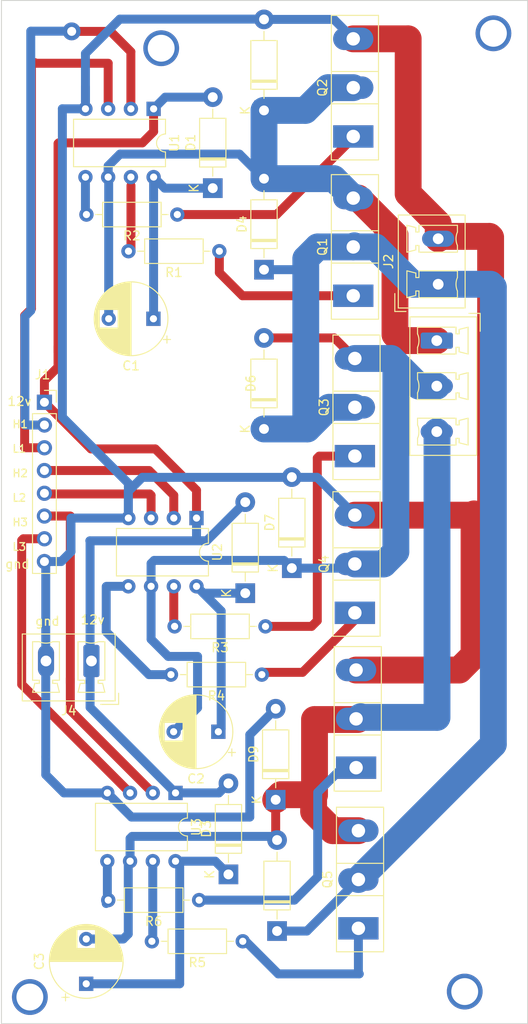
<source format=kicad_pcb>
(kicad_pcb (version 20240108) (generator "pcbnew") (generator_version "8.0")
  (layers (0 "F.Cu" mixed) (31 "B.Cu" mixed) (34 "B.Paste" user) (35 "F.Paste" user) (36 "B.SilkS" user "B.Silkscreen") (37 "F.SilkS" user "F.Silkscreen") (38 "B.Mask" user) (39 "F.Mask" user) (44 "Edge.Cuts" user))
  (net 0 "")
  (net 1 "Net-(D1-K)")
  (net 2 "Net-(D2-K)")
  (net 3 "PHASE_1")
  (net 4 "PHASE_3")
  (net 5 "12V")
  (net 6 "48V")
  (net 7 "INPUT_1")
  (net 8 "INPUT_2")
  (net 9 "INPUT_3")
  (net 10 "INPUT_4")
  (net 11 "INPUT_5")
  (net 12 "INPUT_6")
  (net 13 "Net-(U1-HO)")
  (net 14 "Net-(U1-LO)")
  (net 15 "Net-(U2-HO)")
  (net 16 "Net-(U2-LO)")
  (net 17 "Net-(U3-HO)")
  (net 18 "Net-(U3-LO)")
  (net 19 "Net-(D3-K)")
  (net 20 "XH_1")
  (net 21 "XH_2")
  (net 22 "XH_3")
  (net 23 "XL_1")
  (net 24 "XL_2")
  (net 25 "XL_3")
  (net 26 "PHASE_2")
  (net 27 "GND")
  (footprint "Package_DIP:DIP-8_W7.62mm" (layer "F.Cu") (at 21.7802 -56.4655 -90)
    (property "Reference" "U2" (at 3.81 -2.33 90) (layer "F.SilkS"))
    (property "Value" "IR2101")
    (pad "1" thru_hole rect (at 0 0 270) (size 1.6 1.6) (drill 0.8) (layers "*.Cu" "*.Mask") (net 5 "12V"))
    (pad "2" thru_hole oval (at 0 2.54 270) (size 1.6 1.6) (drill 0.8) (layers "*.Cu" "*.Mask") (net 21 "XH_2"))
    (pad "3" thru_hole oval (at 0 5.08 270) (size 1.6 1.6) (drill 0.8) (layers "*.Cu" "*.Mask") (net 24 "XL_2"))
    (pad "4" thru_hole oval (at 0 7.62 270) (size 1.6 1.6) (drill 0.8) (layers "*.Cu" "*.Mask") (net 27 "GND"))
    (pad "5" thru_hole oval (at 7.62 7.62 270) (size 1.6 1.6) (drill 0.8) (layers "*.Cu" "*.Mask") (net 16 "Net-(U2-LO)"))
    (pad "6" thru_hole oval (at 7.62 5.08 270) (size 1.6 1.6) (drill 0.8) (layers "*.Cu" "*.Mask") (net 26 "PHASE_2"))
    (pad "7" thru_hole oval (at 7.62 2.54 270) (size 1.6 1.6) (drill 0.8) (layers "*.Cu" "*.Mask") (net 15 "Net-(U2-HO)"))
    (pad "8" thru_hole oval (at 7.62 0 270) (size 1.6 1.6) (drill 0.8) (layers "*.Cu" "*.Mask") (net 2 "Net-(D2-K)"))
  )
  (footprint "Package_TO_SOT_THT:TO-247-3_Vertical" (layer "F.Cu") (at 39.4846 -63.38095 90)
    (property "Reference" "Q3" (at 5.45 -3.45 90) (layer "F.SilkS"))
    (property "Value" "IRF740")
    (pad "1" thru_hole rect (at 0 0 90) (size 2.5 4.5) (drill 1.5) (layers "*.Cu" "*.Mask") (net 9 "INPUT_3"))
    (pad "2" thru_hole oval (at 5.45 0 90) (size 2.5 4.5) (drill 1.5) (layers "*.Cu" "*.Mask") (net 6 "48V"))
    (pad "3" thru_hole oval (at 10.9 0 90) (size 2.5 4.5) (drill 1.5) (layers "*.Cu" "*.Mask") (net 26 "PHASE_2"))
  )
  (footprint "Resistor_THT:R_Axial_DIN0207_L6.3mm_D2.5mm_P10.16mm_Horizontal" (layer "F.Cu") (at 19.6342 -90.3478 180)
    (property "Reference" "R2" (at 5.08 -2.37 0) (layer "F.SilkS"))
    (property "Value" "10")
    (pad "1" thru_hole circle (at 0 0 180) (size 1.6 1.6) (drill 0.8) (layers "*.Cu" "*.Mask") (net 8 "INPUT_2"))
    (pad "2" thru_hole oval (at 10.16 0 180) (size 1.6 1.6) (drill 0.8) (layers "*.Cu" "*.Mask") (net 14 "Net-(U1-LO)"))
  )
  (footprint "Diode_THT:D_DO-41_SOD81_P10.16mm_Horizontal" (layer "F.Cu") (at 27.2288 -48.0822 90)
    (property "Reference" "D2" (hide yes))
    (property "Value" "1N47xxA")
    (fp_text user "K" (at 0 -2.1 90) (layer "F.SilkS"))
    (pad "1" thru_hole rect (at 0 0 90) (size 2.2 2.2) (drill 1.1) (layers "*.Cu" "*.Mask") (net 2 "Net-(D2-K)"))
    (pad "2" thru_hole oval (at 10.16 0 90) (size 2.2 2.2) (drill 1.1) (layers "*.Cu" "*.Mask") (net 5 "12V"))
  )
  (footprint "Package_TO_SOT_THT:TO-247-3_Vertical" (layer "F.Cu") (at 39.878 -10.6685 90)
    (property "Reference" "Q5" (at 5.45 -3.45 90) (layer "F.SilkS"))
    (property "Value" "IRF740")
    (pad "1" thru_hole rect (at 0 0 90) (size 2.5 4.5) (drill 1.5) (layers "*.Cu" "*.Mask") (net 11 "INPUT_5"))
    (pad "2" thru_hole oval (at 5.45 0 90) (size 2.5 4.5) (drill 1.5) (layers "*.Cu" "*.Mask") (net 6 "48V"))
    (pad "3" thru_hole oval (at 10.9 0 90) (size 2.5 4.5) (drill 1.5) (layers "*.Cu" "*.Mask") (net 4 "PHASE_3"))
  )
  (footprint "Package_TO_SOT_THT:TO-247-3_Vertical" (layer "F.Cu") (at 39.3046 -99.06385 90)
    (property "Reference" "Q2" (at 5.45 -3.45 90) (layer "F.SilkS"))
    (property "Value" "IRF740")
    (pad "1" thru_hole rect (at 0 0 90) (size 2.5 4.5) (drill 1.5) (layers "*.Cu" "*.Mask") (net 8 "INPUT_2"))
    (pad "2" thru_hole oval (at 5.45 0 90) (size 2.5 4.5) (drill 1.5) (layers "*.Cu" "*.Mask") (net 3 "PHASE_1"))
    (pad "3" thru_hole oval (at 10.9 0 90) (size 2.5 4.5) (drill 1.5) (layers "*.Cu" "*.Mask") (net 27 "GND"))
  )
  (footprint "Connector_Phoenix_MC_HighVoltage:PhoenixContact_MCV_1,5_2-G-5.08_1x02_P5.08mm_Vertical" (layer "F.Cu") (at 10.033 -40.513 180)
    (property "Reference" "J4" (at 2.54 -5.55 180) (layer "F.SilkS"))
    (property "Value" "Conn_01x02_Pin" (hide yes))
    (pad "1" thru_hole roundrect (at 0 0 180) (size 1.8 3.6) (drill 1.2) (layers "*.Cu" "*.Mask") (roundrect_rratio 0.138889) (net 5 "12V"))
    (pad "2" thru_hole oval (at 5.08 0 180) (size 1.8 3.6) (drill 1.2) (layers "*.Cu" "*.Mask") (net 27 "GND"))
  )
  (footprint "Package_TO_SOT_THT:TO-247-3_Vertical" (layer "F.Cu") (at 39.484 -45.89055 90)
    (property "Reference" "Q4" (at 5.45 -3.45 90) (layer "F.SilkS"))
    (property "Value" "IRF740" (hide yes))
    (pad "1" thru_hole rect (at 0 0 90) (size 2.5 4.5) (drill 1.5) (layers "*.Cu" "*.Mask") (net 10 "INPUT_4"))
    (pad "2" thru_hole oval (at 5.45 0 90) (size 2.5 4.5) (drill 1.5) (layers "*.Cu" "*.Mask") (net 26 "PHASE_2"))
    (pad "3" thru_hole oval (at 10.9 0 90) (size 2.5 4.5) (drill 1.5) (layers "*.Cu" "*.Mask") (net 27 "GND"))
  )
  (footprint "Capacitor_THT:CP_Radial_D8.0mm_P5.00mm" (layer "F.Cu") (at 24.221251 -32.6136 180)
    (property "Reference" "C2" (at 2.5 -5.25 0) (layer "F.SilkS"))
    (property "Value" "0.1u")
    (pad "1" thru_hole rect (at 0 0 180) (size 1.6 1.6) (drill 0.8) (layers "*.Cu" "*.Mask") (net 2 "Net-(D2-K)"))
    (pad "2" thru_hole circle (at 5 0 180) (size 1.6 1.6) (drill 0.8) (layers "*.Cu" "*.Mask") (net 26 "PHASE_2"))
  )
  (footprint "Resistor_THT:R_Axial_DIN0207_L6.3mm_D2.5mm_P10.16mm_Horizontal" (layer "F.Cu") (at 29.083 -38.989 180)
    (property "Reference" "R4" (at 5.08 -2.37 0) (layer "F.SilkS"))
    (property "Value" "10")
    (pad "1" thru_hole circle (at 0 0 180) (size 1.6 1.6) (drill 0.8) (layers "*.Cu" "*.Mask") (net 10 "INPUT_4"))
    (pad "2" thru_hole oval (at 10.16 0 180) (size 1.6 1.6) (drill 0.8) (layers "*.Cu" "*.Mask") (net 16 "Net-(U2-LO)"))
  )
  (footprint "Diode_THT:D_DO-41_SOD81_P10.16mm_Horizontal" (layer "F.Cu") (at 23.5966 -93.2942 90)
    (property "Reference" "D1" (at 5.08 -2.47 90) (layer "F.SilkS"))
    (property "Value" "1N47xxA")
    (fp_text user "K" (at 0 -2.1 90) (layer "F.SilkS"))
    (pad "1" thru_hole rect (at 0 0 90) (size 2.2 2.2) (drill 1.1) (layers "*.Cu" "*.Mask") (net 1 "Net-(D1-K)"))
    (pad "2" thru_hole oval (at 10.16 0 90) (size 2.2 2.2) (drill 1.1) (layers "*.Cu" "*.Mask") (net 5 "12V"))
  )
  (footprint "Resistor_THT:R_Axial_DIN0207_L6.3mm_D2.5mm_P10.16mm_Horizontal" (layer "F.Cu") (at 24.3332 -86.2584 180)
    (property "Reference" "R1" (at 5.08 -2.37 0) (layer "F.SilkS"))
    (property "Value" "10")
    (pad "1" thru_hole circle (at 0 0 180) (size 1.6 1.6) (drill 0.8) (layers "*.Cu" "*.Mask") (net 7 "INPUT_1"))
    (pad "2" thru_hole oval (at 10.16 0 180) (size 1.6 1.6) (drill 0.8) (layers "*.Cu" "*.Mask") (net 13 "Net-(U1-HO)"))
  )
  (footprint "Diode_THT:D_DO-41_SOD81_P10.16mm_Horizontal" (layer "F.Cu") (at 32.4358 -50.8762 90)
    (property "Reference" "D7" (at 5.08 -2.47 90) (layer "F.SilkS"))
    (property "Value" "1N47xxA" (hide yes))
    (fp_text user "K" (at 0 -2.1 90) (layer "F.SilkS"))
    (pad "1" thru_hole rect (at 0 0 90) (size 2.2 2.2) (drill 1.1) (layers "*.Cu" "*.Mask") (net 26 "PHASE_2"))
    (pad "2" thru_hole oval (at 10.16 0 90) (size 2.2 2.2) (drill 1.1) (layers "*.Cu" "*.Mask") (net 27 "GND"))
  )
  (footprint "Diode_THT:D_DO-41_SOD81_P10.16mm_Horizontal" (layer "F.Cu") (at 29.3246 -84.19385 90)
    (property "Reference" "D4" (at 5.08 -2.47 90) (layer "F.SilkS"))
    (property "Value" "1N47xxA" (hide yes))
    (pad "1" thru_hole rect (at 0 0 90) (size 2.2 2.2) (drill 1.1) (layers "*.Cu" "*.Mask") (net 6 "48V"))
    (pad "2" thru_hole oval (at 10.16 0 90) (size 2.2 2.2) (drill 1.1) (layers "*.Cu" "*.Mask") (net 3 "PHASE_1"))
  )
  (footprint "Connector_Phoenix_MC_HighVoltage:PhoenixContact_MCV_1,5_2-G-5.08_1x02_P5.08mm_Vertical" (layer "F.Cu") (at 48.7993 -82.5675 90)
    (property "Reference" "J2" (at 2.54 -5.55 90) (layer "F.SilkS"))
    (property "Value" "~" (hide yes))
    (pad "1" thru_hole roundrect (at 0 0 90) (size 1.8 3.6) (drill 1.2) (layers "*.Cu" "*.Mask") (roundrect_rratio 0.1388888889) (net 6 "48V"))
    (pad "2" thru_hole oval (at 5.08 0 90) (size 1.8 3.6) (drill 1.2) (layers "*.Cu" "*.Mask") (net 27 "GND"))
  )
  (footprint "Package_DIP:DIP-8_W7.62mm" (layer "F.Cu") (at 16.9826 -102.1488 -90)
    (property "Reference" "U1" (at 3.81 -2.33 90) (layer "F.SilkS"))
    (property "Value" "IR2101")
    (pad "1" thru_hole rect (at 0 0 270) (size 1.6 1.6) (drill 0.8) (layers "*.Cu" "*.Mask") (net 5 "12V"))
    (pad "2" thru_hole oval (at 0 2.54 270) (size 1.6 1.6) (drill 0.8) (layers "*.Cu" "*.Mask") (net 20 "XH_1"))
    (pad "3" thru_hole oval (at 0 5.08 270) (size 1.6 1.6) (drill 0.8) (layers "*.Cu" "*.Mask") (net 23 "XL_1"))
    (pad "4" thru_hole oval (at 0 7.62 270) (size 1.6 1.6) (drill 0.8) (layers "*.Cu" "*.Mask") (net 27 "GND"))
    (pad "5" thru_hole oval (at 7.62 7.62 270) (size 1.6 1.6) (drill 0.8) (layers "*.Cu" "*.Mask") (net 14 "Net-(U1-LO)"))
    (pad "6" thru_hole oval (at 7.62 5.08 270) (size 1.6 1.6) (drill 0.8) (layers "*.Cu" "*.Mask") (net 3 "PHASE_1"))
    (pad "7" thru_hole oval (at 7.62 2.54 270) (size 1.6 1.6) (drill 0.8) (layers "*.Cu" "*.Mask") (net 13 "Net-(U1-HO)"))
    (pad "8" thru_hole oval (at 7.62 0 270) (size 1.6 1.6) (drill 0.8) (layers "*.Cu" "*.Mask") (net 1 "Net-(D1-K)"))
  )
  (footprint "Capacitor_THT:CP_Radial_D8.0mm_P5.00mm" (layer "F.Cu") (at 16.9634 -78.7146 180)
    (property "Reference" "C1" (at 2.5 -5.25 0) (layer "F.SilkS"))
    (property "Value" "0.1u")
    (pad "1" thru_hole rect (at 0 0 180) (size 1.6 1.6) (drill 0.8) (layers "*.Cu" "*.Mask") (net 1 "Net-(D1-K)"))
    (pad "2" thru_hole circle (at 5 0 180) (size 1.6 1.6) (drill 0.8) (layers "*.Cu" "*.Mask") (net 3 "PHASE_1"))
  )
  (footprint "Resistor_THT:R_Axial_DIN0207_L6.3mm_D2.5mm_P10.16mm_Horizontal" (layer "F.Cu") (at 29.4894 -44.3738 180)
    (property "Reference" "R3" (at 5.08 -2.37 0) (layer "F.SilkS"))
    (property "Value" "10")
    (pad "1" thru_hole circle (at 0 0 180) (size 1.6 1.6) (drill 0.8) (layers "*.Cu" "*.Mask") (net 9 "INPUT_3"))
    (pad "2" thru_hole oval (at 10.16 0 180) (size 1.6 1.6) (drill 0.8) (layers "*.Cu" "*.Mask") (net 15 "Net-(U2-HO)"))
  )
  (footprint "Diode_THT:D_DO-41_SOD81_P10.16mm_Horizontal" (layer "F.Cu") (at 29.3246 -101.97385 90)
    (property "Reference" "D5" (hide yes))
    (property "Value" "1N47xxA")
    (fp_text user "K" (at 0 -2.1 90) (layer "F.SilkS"))
    (pad "1" thru_hole rect (at 0 0 90) (size 2.2 2.2) (drill 1.1) (layers "*.Cu" "*.Mask") (net 3 "PHASE_1"))
    (pad "2" thru_hole oval (at 10.16 0 90) (size 2.2 2.2) (drill 1.1) (layers "*.Cu" "*.Mask") (net 27 "GND"))
  )
  (footprint "Connector_PinSocket_2.54mm:PinSocket_1x08_P2.54mm_Vertical" (layer "F.Cu") (at 4.7752 -69.3928)
    (property "Reference" "J1" (at -0.2032 -3.0734 0) (layer "F.SilkS"))
    (property "Value" "Conn_01x08")
    (pad "1" thru_hole rect (at 0 0) (size 1.7 1.7) (drill 1) (layers "*.Cu" "*.Mask") (net 5 "12V"))
    (pad "2" thru_hole oval (at 0 2.54) (size 1.7 1.7) (drill 1) (layers "*.Cu" "*.Mask") (net 20 "XH_1"))
    (pad "3" thru_hole oval (at 0 5.08) (size 1.7 1.7) (drill 1) (layers "*.Cu" "*.Mask") (net 23 "XL_1"))
    (pad "4" thru_hole oval (at 0 7.62) (size 1.7 1.7) (drill 1) (layers "*.Cu" "*.Mask") (net 21 "XH_2"))
    (pad "5" thru_hole oval (at 0 10.16) (size 1.7 1.7) (drill 1) (layers "*.Cu" "*.Mask") (net 24 "XL_2"))
    (pad "6" thru_hole oval (at 0 12.7) (size 1.7 1.7) (drill 1) (layers "*.Cu" "*.Mask") (net 22 "XH_3"))
    (pad "7" thru_hole oval (at 0 15.24) (size 1.7 1.7) (drill 1) (layers "*.Cu" "*.Mask") (net 25 "XL_3"))
    (pad "8" thru_hole oval (at 0 17.78) (size 1.7 1.7) (drill 1) (layers "*.Cu" "*.Mask") (net 27 "GND"))
  )
  (footprint "Resistor_THT:R_Axial_DIN0207_L6.3mm_D2.5mm_P10.16mm_Horizontal" (layer "F.Cu") (at 26.9494 -9.2202 180)
    (property "Reference" "R5" (at 5.08 -2.37 0) (layer "F.SilkS"))
    (property "Value" "10")
    (pad "1" thru_hole circle (at 0 0 180) (size 1.6 1.6) (drill 0.8) (layers "*.Cu" "*.Mask") (net 11 "INPUT_5"))
    (pad "2" thru_hole oval (at 10.16 0 180) (size 1.6 1.6) (drill 0.8) (layers "*.Cu" "*.Mask") (net 17 "Net-(U3-HO)"))
  )
  (footprint "Resistor_THT:R_Axial_DIN0207_L6.3mm_D2.5mm_P10.16mm_Horizontal" (layer "F.Cu") (at 22.0726 -13.8176 180)
    (property "Reference" "R6" (at 5.08 -2.37 0) (layer "F.SilkS"))
    (property "Value" "10")
    (pad "1" thru_hole circle (at 0 0 180) (size 1.6 1.6) (drill 0.8) (layers "*.Cu" "*.Mask") (net 12 "INPUT_6"))
    (pad "2" thru_hole oval (at 10.16 0 180) (size 1.6 1.6) (drill 0.8) (layers "*.Cu" "*.Mask") (net 18 "Net-(U3-LO)"))
  )
  (footprint "Diode_THT:D_DO-41_SOD81_P10.16mm_Horizontal" (layer "F.Cu") (at 30.7848 -10.3632 90)
    (property "Reference" "D8" (hide yes))
    (property "Value" "1N47xxA")
    (pad "1" thru_hole rect (at 0 0 90) (size 2.2 2.2) (drill 1.1) (layers "*.Cu" "*.Mask") (net 6 "48V"))
    (pad "2" thru_hole oval (at 10.16 0 90) (size 2.2 2.2) (drill 1.1) (layers "*.Cu" "*.Mask") (net 4 "PHASE_3"))
  )
  (footprint "Package_TO_SOT_THT:TO-247-3_Vertical" (layer "F.Cu") (at 39.6218 -28.6009 90)
    (property "Reference" "Q6" (hide yes))
    (property "Value" "IRF740" (hide yes))
    (pad "1" thru_hole rect (at 0 0 90) (size 2.5 4.5) (drill 1.5) (layers "*.Cu" "*.Mask") (net 12 "INPUT_6"))
    (pad "2" thru_hole oval (at 5.45 0 90) (size 2.5 4.5) (drill 1.5) (layers "*.Cu" "*.Mask") (net 4 "PHASE_3"))
    (pad "3" thru_hole oval (at 10.9 0 90) (size 2.5 4.5) (drill 1.5) (layers "*.Cu" "*.Mask") (net 27 "GND"))
  )
  (footprint "Package_TO_SOT_THT:TO-247-3_Vertical" (layer "F.Cu") (at 39.3046 -81.28385 90)
    (property "Reference" "Q1" (at 5.45 -3.45 90) (layer "F.SilkS"))
    (property "Value" "IRF740")
    (pad "1" thru_hole rect (at 0 0 90) (size 2.5 4.5) (drill 1.5) (layers "*.Cu" "*.Mask") (net 7 "INPUT_1"))
    (pad "2" thru_hole oval (at 5.45 0 90) (size 2.5 4.5) (drill 1.5) (layers "*.Cu" "*.Mask") (net 6 "48V"))
    (pad "3" thru_hole oval (at 10.9 0 90) (size 2.5 4.5) (drill 1.5) (layers "*.Cu" "*.Mask") (net 3 "PHASE_1"))
  )
  (footprint "Diode_THT:D_DO-41_SOD81_P10.16mm_Horizontal" (layer "F.Cu") (at 29.3246 -66.41385 90)
    (property "Reference" "D6" (at 5.08 -1.47 90) (layer "F.SilkS"))
    (property "Value" "1N47xxA" (hide yes))
    (fp_text user "K" (at 0 -2.1 90) (layer "F.SilkS"))
    (pad "1" thru_hole rect (at 0 0 90) (size 2.2 2.2) (drill 1.1) (layers "*.Cu" "*.Mask") (net 6 "48V"))
    (pad "2" thru_hole oval (at 10.16 0 90) (size 2.2 2.2) (drill 1.1) (layers "*.Cu" "*.Mask") (net 26 "PHASE_2"))
  )
  (footprint "Connector_Phoenix_MC_HighVoltage:PhoenixContact_MCV_1,5_3-G-5.08_1x03_P5.08mm_Vertical" (layer "F.Cu") (at 48.641 -76.2762 -90)
    (property "Reference" "J3" (hide yes))
    (property "Value" "~" (hide yes))
    (pad "1" thru_hole roundrect (at 0 0 270) (size 1.8 3.6) (drill 1.2) (layers "*.Cu" "*.Mask") (roundrect_rratio 0.1388888889) (net 3 "PHASE_1"))
    (pad "2" thru_hole oval (at 5.08 0 270) (size 1.8 3.6) (drill 1.2) (layers "*.Cu" "*.Mask") (net 26 "PHASE_2"))
    (pad "3" thru_hole oval (at 10.16 0 270) (size 1.8 3.6) (drill 1.2) (layers "*.Cu" "*.Mask") (net 4 "PHASE_3"))
  )
  (footprint "Capacitor_THT:CP_Radial_D8.0mm_P5.00mm" (layer "F.Cu") (at 9.4488 -4.4742 90)
    (property "Reference" "C3" (at 2.5 -5.25 90) (layer "F.SilkS"))
    (property "Value" "0.1u")
    (pad "1" thru_hole rect (at 0 0 90) (size 1.6 1.6) (drill 0.8) (layers "*.Cu" "*.Mask") (net 19 "Net-(D3-K)"))
    (pad "2" thru_hole circle (at 5 0 90) (size 1.6 1.6) (drill 0.8) (layers "*.Cu" "*.Mask") (net 4 "PHASE_3"))
  )
  (footprint "Package_DIP:DIP-8_W7.62mm" (layer "F.Cu") (at 19.431 -25.7837 -90)
    (property "Reference" "U3" (at 3.81 -2.33 90) (layer "F.SilkS"))
    (property "Value" "IR2101")
    (pad "1" thru_hole rect (at 0 0 270) (size 1.6 1.6) (drill 0.8) (layers "*.Cu" "*.Mask") (net 5 "12V"))
    (pad "2" thru_hole oval (at 0 2.54 270) (size 1.6 1.6) (drill 0.8) (layers "*.Cu" "*.Mask") (net 22 "XH_3"))
    (pad "3" thru_hole oval (at 0 5.08 270) (size 1.6 1.6) (drill 0.8) (layers "*.Cu" "*.Mask") (net 25 "XL_3"))
    (pad "4" thru_hole oval (at 0 7.62 270) (size 1.6 1.6) (drill 0.8) (layers "*.Cu" "*.Mask") (net 27 "GND"))
    (pad "5" thru_hole oval (at 7.62 7.62 270) (size 1.6 1.6) (drill 0.8) (layers "*.Cu" "*.Mask") (net 18 "Net-(U3-LO)"))
    (pad "6" thru_hole oval (at 7.62 5.08 270) (size 1.6 1.6) (drill 0.8) (layers "*.Cu" "*.Mask") (net 4 "PHASE_3"))
    (pad "7" thru_hole oval (at 7.62 2.54 270) (size 1.6 1.6) (drill 0.8) (layers "*.Cu" "*.Mask") (net 17 "Net-(U3-HO)"))
    (pad "8" thru_hole oval (at 7.62 0 270) (size 1.6 1.6) (drill 0.8) (layers "*.Cu" "*.Mask") (net 19 "Net-(D3-K)"))
  )
  (footprint "Diode_THT:D_DO-41_SOD81_P10.16mm_Horizontal" (layer "F.Cu") (at 30.6324 -25.019 90)
    (property "Reference" "D9" (at 5.08 -2.47 90) (layer "F.SilkS"))
    (property "Value" "1N47xxA")
    (fp_text user "K" (at 0 -2.1 90) (layer "F.SilkS"))
    (pad "1" thru_hole rect (at 0 0 90) (size 2.2 2.2) (drill 1.1) (layers "*.Cu" "*.Mask") (net 4 "PHASE_3"))
    (pad "2" thru_hole oval (at 10.16 0 90) (size 2.2 2.2) (drill 1.1) (layers "*.Cu" "*.Mask") (net 27 "GND"))
  )
  (footprint "Diode_THT:D_DO-41_SOD81_P10.16mm_Horizontal" (layer "F.Cu") (at 25.3492 -16.6878 90)
    (property "Reference" "D3" (at 5.08 -2.47 90) (layer "F.SilkS"))
    (property "Value" "1N47xxA")
    (fp_text user "K" (at 0 -2.1 90) (layer "F.SilkS"))
    (pad "1" thru_hole rect (at 0 0 90) (size 2.2 2.2) (drill 1.1) (layers "*.Cu" "*.Mask") (net 19 "Net-(D3-K)"))
    (pad "2" thru_hole oval (at 10.16 0 90) (size 2.2 2.2) (drill 1.1) (layers "*.Cu" "*.Mask") (net 5 "12V"))
  )
  (gr_rect (start -0.0254 -114.2492) (end 58.801 -0.0254) (stroke (width 0.1)) (fill none) (layer "Edge.Cuts"))
  (gr_text "H1\n\nL1\n\nH2\n\nL2\n\nH3\n\nL3" (at 1.1176 -52.7558 0) (layer "F.SilkS") (effects (font (size 0.85 0.85)) (justify left bottom)))
  (gr_text "12v" (at 8.7376 -44.5262 0) (layer "F.SilkS") (effects (font (size 1 1)) (justify left bottom)))
  (gr_text "12v" (at 0.5588 -68.9102 0) (layer "F.SilkS") (effects (font (size 1 1)) (justify left bottom)))
  (gr_text "gnd\n" (at 0.3048 -50.7492 0) (layer "F.SilkS") (effects (font (size 1 1)) (justify left bottom)))
  (gr_text "gnd\n" (at 3.6576 -44.3738 0) (layer "F.SilkS") (effects (font (size 1 1)) (justify left bottom)))
  (via (at 3.1496 -2.9972) (size 4) (drill 3) (layers "F.Cu" "B.Cu") (net 0))
  (via (at 17.8308 -108.9152) (size 4) (drill 3) (layers "F.Cu" "B.Cu") (net 0))
  (via (at 54.9746 -110.5804) (size 4) (drill 3) (layers "F.Cu" "B.Cu") (net 0))
  (via (at 51.7652 -3.6068) (size 4) (drill 3) (layers "F.Cu" "B.Cu") (net 0))
  (segment (start 16.9826 -78.7338) (end 16.9634 -78.7146) (width 1) (layer "B.Cu") (net 1))
  (segment (start 16.9826 -94.5288) (end 16.9826 -78.7338) (width 1) (layer "B.Cu") (net 1))
  (segment (start 16.9826 -94.5288) (end 18.2172 -93.2942) (width 1) (layer "B.Cu") (net 1))
  (segment (start 18.2172 -93.2942) (end 23.5966 -93.2942) (width 1) (layer "B.Cu") (net 1))
  (segment (start 27.2288 -48.0822) (end 22.5435 -48.0822) (width 1) (layer "B.Cu") (net 2))
  (segment (start 21.7802 -48.8455) (end 24.5364 -46.0893) (width 1) (layer "B.Cu") (net 2))
  (segment (start 24.5364 -32.928749) (end 24.221251 -32.6136) (width 1) (layer "B.Cu") (net 2))
  (segment (start 24.5364 -46.0893) (end 24.5364 -32.928749) (width 1) (layer "B.Cu") (net 2))
  (segment (start 22.5435 -48.0822) (end 21.7802 -48.8455) (width 0.25) (layer "B.Cu") (net 2))
  (segment (start 43.9674 -88.0872) (end 43.9674 -76.962) (width 3) (layer "F.Cu") (net 3))
  (segment (start 39.87075 -92.18385) (end 43.9674 -88.0872) (width 3) (layer "F.Cu") (net 3))
  (segment (start 39.3046 -92.18385) (end 39.87075 -92.18385) (width 3) (layer "F.Cu") (net 3))
  (segment (start 43.9674 -76.962) (end 44.6532 -76.2762) (width 3) (layer "F.Cu") (net 3))
  (segment (start 44.6532 -76.2762) (end 48.641 -76.2762) (width 3) (layer "F.Cu") (net 3))
  (segment (start 11.9026 -94.5288) (end 11.9026 -95.7734) (width 1) (layer "B.Cu") (net 3))
  (segment (start 29.3246 -94.35385) (end 29.3246 -101.97385) (width 3) (layer "B.Cu") (net 3))
  (segment (start 29.3246 -94.35385) (end 37.1346 -94.35385) (width 3) (layer "B.Cu") (net 3))
  (segment (start 36.4874 -104.51385) (end 39.3046 -104.51385) (width 3) (layer "B.Cu") (net 3))
  (segment (start 11.9026 -95.7734) (end 12.7508 -96.6216) (width 1) (layer "B.Cu") (net 3))
  (segment (start 13.22625 -97.09705) (end 26.5814 -97.09705) (width 1) (layer "B.Cu") (net 3))
  (segment (start 39.3046 -92.18385) (end 39.4316 -92.31085) (width 3) (layer "B.Cu") (net 3))
  (segment (start 26.5814 -97.09705) (end 29.3246 -94.35385) (width 1) (layer "B.Cu") (net 3))
  (segment (start 11.9634 -94.468) (end 11.9634 -78.7146) (width 1) (layer "B.Cu") (net 3))
  (segment (start 37.1346 -94.35385) (end 39.3046 -92.18385) (width 3) (layer "B.Cu") (net 3))
  (segment (start 29.3246 -101.97385) (end 33.9474 -101.97385) (width 3) (layer "B.Cu") (net 3))
  (segment (start 11.9026 -94.5288) (end 11.9634 -94.468) (width 1) (layer "B.Cu") (net 3))
  (segment (start 12.7508 -96.6216) (end 13.22625 -97.09705) (width 1) (layer "B.Cu") (net 3))
  (segment (start 11.9026 -94.5288) (end 11.9026 -95.636256) (width 1) (layer "B.Cu") (net 3))
  (segment (start 33.9474 -101.97385) (end 36.4874 -104.51385) (width 3) (layer "B.Cu") (net 3))
  (segment (start 31.1938 -25.5804) (end 30.6324 -25.019) (width 3) (layer "F.Cu") (net 4))
  (segment (start 34.9746 -25.5804) (end 34.8742 -25.48) (width 3) (layer "F.Cu") (net 4))
  (segment (start 30.6324 -20.6756) (end 30.7848 -20.5232) (width 1) (layer "F.Cu") (net 4))
  (segment (start 34.9746 -25.5804) (end 34.9746 -33.9747) (width 3) (layer "F.Cu") (net 4))
  (segment (start 34.8742 -23.6982) (end 37.0039 -21.5685) (width 3) (layer "F.Cu") (net 4))
  (segment (start 37.0039 -21.5685) (end 39.878 -21.5685) (width 3) (layer "F.Cu") (net 4))
  (segment (start 34.8742 -25.48) (end 34.8742 -23.6982) (width 3) (layer "F.Cu") (net 4))
  (segment (start 34.9746 -25.5804) (end 31.1938 -25.5804) (width 3) (layer "F.Cu") (net 4))
  (segment (start 34.9746 -33.9747) (end 39.8018 -33.9747) (width 3) (layer "F.Cu") (net 4))
  (segment (start 30.6324 -25.019) (end 30.6324 -20.6756) (width 1) (layer "F.Cu") (net 4))
  (segment (start 39.6218 -34.0509) (end 40.6218 -34.0509) (width 0.25) (layer "B.Cu") (net 4))
  (segment (start 14.351 -18.1637) (end 14.1478 -17.9605) (width 1) (layer "B.Cu") (net 4))
  (segment (start 14.1478 -10.033) (end 13.589 -9.4742) (width 1) (layer "B.Cu") (net 4))
  (segment (start 40.2053 -34.2148) (end 48.6664 -34.2148) (width 3) (layer "B.Cu") (net 4))
  (segment (start 30.7848 -20.5232) (end 30.3784 -20.9296) (width 1) (layer "B.Cu") (net 4))
  (segment (start 39.8018 -33.9747) (end 39.878 -33.8985) (width 1) (layer "B.Cu") (net 4))
  (segment (start 14.1478 -17.9605) (end 14.1478 -10.033) (width 1) (layer "B.Cu") (net 4))
  (segment (start 13.589 -9.4742) (end 9.4488 -9.4742) (width 1) (layer "B.Cu") (net 4))
  (segment (start 40.1291 -34.291) (end 40.2053 -34.2148) (width 3) (layer "B.Cu") (net 4))
  (segment (start 14.5796 -20.9296) (end 14.351 -20.701) (width 1) (layer "B.Cu") (net 4))
  (segment (start 48.6664 -34.2148) (end 48.6664 -66.0908) (width 3) (layer "B.Cu") (net 4))
  (segment (start 30.3784 -20.9296) (end 14.5796 -20.9296) (width 1) (layer "B.Cu") (net 4))
  (segment (start 48.6664 -66.0908) (end 48.641 -66.1162) (width 3) (layer "B.Cu") (net 4))
  (segment (start 14.351 -20.701) (end 14.351 -18.1637) (width 1) (layer "B.Cu") (net 4))
  (segment (start 16.9926 -99.6188) (end 15.7226 -98.3488) (width 1) (layer "F.Cu") (net 5))
  (segment (start 6.2992 -98.2726) (end 6.2992 -74.9554) (width 1) (layer "F.Cu") (net 5))
  (segment (start 16.9926 -99.6188) (end 16.9826 -99.6288) (width 0.25) (layer "F.Cu") (net 5))
  (segment (start 4.7752 -71.8058) (end 4.7752 -69.3928) (width 1) (layer "F.Cu") (net 5))
  (segment (start 15.7226 -98.3488) (end 6.3754 -98.3488) (width 1) (layer "F.Cu") (net 5))
  (segment (start 4.7752 -69.3928) (end 9.9822 -64.1858) (width 1) (layer "F.Cu") (net 5))
  (segment (start 17.1704 -64.1858) (end 17.3482 -64.008) (width 1) (layer "F.Cu") (net 5))
  (segment (start 6.2992 -75.6666) (end 6.2992 -73.3298) (width 1) (layer "F.Cu") (net 5))
  (segment (start 16.9826 -99.6288) (end 16.9826 -102.1488) (width 1) (layer "F.Cu") (net 5))
  (segment (start 17.3482 -64.008) (end 21.7802 -59.576) (width 1) (layer "F.Cu") (net 5))
  (segment (start 9.9822 -64.1858) (end 17.1704 -64.1858) (width 1) (layer "F.Cu") (net 5))
  (segment (start 6.2992 -73.3298) (end 4.7752 -71.8058) (width 1) (layer "F.Cu") (net 5))
  (segment (start 6.3754 -98.3488) (end 6.2992 -98.2726) (width 1) (layer "F.Cu") (net 5))
  (segment (start 21.7802 -59.576) (end 21.7802 -56.4655) (width 1) (layer "F.Cu") (net 5))
  (segment (start 22.0218 -53.9255) (end 22.9121 -53.9255) (width 1) (layer "B.Cu") (net 5))
  (segment (start 24.2851 -25.7837) (end 25.3492 -26.8478) (width 1) (layer "B.Cu") (net 5))
  (segment (start 27.2288 -58.2422) (end 22.9121 -53.9255) (width 1) (layer "B.Cu") (net 5))
  (segment (start 21.7802 -54.1671) (end 22.0218 -53.9255) (width 1) (layer "B.Cu") (net 5))
  (segment (start 21.7802 -56.4655) (end 21.7802 -54.1671) (width 1) (layer "B.Cu") (net 5))
  (segment (start 18.288 -103.4542) (end 23.5966 -103.4542) (width 1) (layer "B.Cu") (net 5))
  (segment (start 19.431 -25.7837) (end 24.2851 -25.7837) (width 1) (layer "B.Cu") (net 5))
  (segment (start 22.9121 -53.9255) (end 9.8539 -53.9255) (width 1) (layer "B.Cu") (net 5))
  (segment (start 9.8806 -53.8988) (end 9.8806 -35.3341) (width 1) (layer "B.Cu") (net 5))
  (segment (start 9.8539 -53.9255) (end 9.8806 -53.8988) (width 1) (layer "B.Cu") (net 5))
  (segment (start 16.9826 -102.1488) (end 18.288 -103.4542) (width 1) (layer "B.Cu") (net 5))
  (segment (start 9.8806 -35.3341) (end 19.431 -25.7837) (width 1) (layer "B.Cu") (net 5))
  (segment (start 30.7848 -10.3632) (end 30.9262 -10.5046) (width 1) (layer "F.Cu") (net 6))
  (segment (start 39.1524 -16.8441) (end 39.878 -16.1185) (width 0.25) (layer "F.Cu") (net 6))
  (segment (start 33.9982 -84.19385) (end 33.9982 -85.41305) (width 3) (layer "B.Cu") (net 6))
  (segment (start 54.9656 -82.2452) (end 54.9656 -31.2061) (width 3) (layer "B.Cu") (net 6))
  (segment (start 33.9474 -66.41385) (end 33.9982 -66.46465) (width 0.25) (layer "B.Cu") (net 6))
  (segment (start 41.79015 -86.73385) (end 45.9565 -82.5675) (width 3) (layer "B.Cu") (net 6))
  (segment (start 33.9982 -85.41305) (end 35.319 -86.73385) (width 3) (layer "B.Cu") (net 6))
  (segment (start 39.3046 -86.73385) (end 41.79015 -86.73385) (width 3) (layer "B.Cu") (net 6))
  (segment (start 35.319 -86.73385) (end 39.3046 -86.73385) (width 3) (layer "B.Cu") (net 6))
  (segment (start 29.3246 -66.41385) (end 34.176 -66.41385) (width 3) (layer "B.Cu") (net 6))
  (segment (start 34.1227 -10.3632) (end 39.878 -16.1185) (width 1) (layer "B.Cu") (net 6))
  (segment (start 54.9656 -31.2061) (end 39.878 -16.1185) (width 3) (layer "B.Cu") (net 6))
  (segment (start 33.9982 -66.46465) (end 33.9982 -84.19385) (width 3) (layer "B.Cu") (net 6))
  (segment (start 39.3046 -86.73385) (end 39.4316 -86.86085) (width 3) (layer "B.Cu") (net 6))
  (segment (start 36.5931 -68.83095) (end 39.4846 -68.83095) (width 3) (layer "B.Cu") (net 6))
  (segment (start 30.7848 -10.3632) (end 34.1227 -10.3632) (width 1) (layer "B.Cu") (net 6))
  (segment (start 34.176 -66.41385) (end 36.5931 -68.83095) (width 3) (layer "B.Cu") (net 6))
  (segment (start 48.7993 -82.5675) (end 54.6433 -82.5675) (width 3) (layer "B.Cu") (net 6))
  (segment (start 45.9565 -82.5675) (end 48.7993 -82.5675) (width 3) (layer "B.Cu") (net 6))
  (segment (start 29.3246 -84.19385) (end 33.9982 -84.19385) (width 1) (layer "B.Cu") (net 6))
  (segment (start 54.6433 -82.5675) (end 54.9656 -82.2452) (width 3) (layer "B.Cu") (net 6))
  (segment (start 39.3046 -81.28385) (end 26.91675 -81.28385) (width 1) (layer "F.Cu") (net 7))
  (segment (start 24.3332 -83.8674) (end 24.3332 -86.2584) (width 1) (layer "F.Cu") (net 7))
  (segment (start 26.91675 -81.28385) (end 24.3332 -83.8674) (width 1) (layer "F.Cu") (net 7))
  (segment (start 19.6342 -90.3478) (end 30.734 -90.3478) (width 1) (layer "F.Cu") (net 8))
  (segment (start 30.734 -90.3478) (end 39.3046 -98.9184) (width 1) (layer "F.Cu") (net 8))
  (segment (start 39.3046 -98.9184) (end 39.3046 -99.06385) (width 1) (layer "F.Cu") (net 8))
  (segment (start 19.6342 -90.3478) (end 19.7612 -90.2208) (width 1) (layer "F.Cu") (net 8))
  (segment (start 35.50125 -63.38095) (end 35.2806 -63.1603) (width 1) (layer "F.Cu") (net 9))
  (segment (start 39.4846 -63.38095) (end 35.50125 -63.38095) (width 1) (layer "F.Cu") (net 9))
  (segment (start 34.6456 -44.3738) (end 29.4894 -44.3738) (width 1) (layer "F.Cu") (net 9))
  (segment (start 29.3624 -44.3992) (end 29.3878 -44.4246) (width 0.25) (layer "F.Cu") (net 9))
  (segment (start 35.2806 -63.1603) (end 35.2806 -45.0088) (width 1) (layer "F.Cu") (net 9))
  (segment (start 35.2806 -45.0088) (end 34.6456 -44.3738) (width 1) (layer "F.Cu") (net 9))
  (segment (start 29.4002 -39.243) (end 33.6372 -39.243) (width 1) (layer "F.Cu") (net 10))
  (segment (start 33.6372 -39.243) (end 39.484 -45.0898) (width 1) (layer "F.Cu") (net 10))
  (segment (start 39.484 -45.0898) (end 39.484 -45.89055) (width 1) (layer "F.Cu") (net 10))
  (segment (start 30.9194 -5.5804) (end 39.9746 -5.5804) (width 1) (layer "B.Cu") (net 11))
  (segment (start 27.2796 -9.2202) (end 30.9194 -5.5804) (width 1) (layer "B.Cu") (net 11))
  (segment (start 39.9746 -5.5804) (end 39.878 -5.677) (width 1) (layer "B.Cu") (net 11))
  (segment (start 26.9494 -9.2202) (end 27.2796 -9.2202) (width 1) (layer "B.Cu") (net 11))
  (segment (start 39.762 -10.7845) (end 39.878 -10.6685) (width 1) (layer "B.Cu") (net 11))
  (segment (start 39.878 -5.677) (end 39.878 -10.6685) (width 1) (layer "B.Cu") (net 11))
  (segment (start 22.0726 -13.8176) (end 32.7262 -13.8176) (width 1) (layer "B.Cu") (net 12))
  (segment (start 35.3314 -16.4228) (end 35.3314 -25.8467) (width 1) (layer "B.Cu") (net 12))
  (segment (start 35.3314 -25.8467) (end 38.0856 -28.6009) (width 1) (layer "B.Cu") (net 12))
  (segment (start 32.7262 -13.8176) (end 35.3314 -16.4228) (width 1) (layer "B.Cu") (net 12))
  (segment (start 38.0856 -28.6009) (end 39.6218 -28.6009) (width 1) (layer "B.Cu") (net 12))
  (segment (start 14.1732 -86.2584) (end 14.4526 -86.5378) (width 1) (layer "F.Cu") (net 13))
  (segment (start 14.4426 -93.599791) (end 14.4426 -94.5288) (width 0.25) (layer "F.Cu") (net 13))
  (segment (start 14.4526 -93.589791) (end 14.4426 -93.599791) (width 0.25) (layer "F.Cu") (net 13))
  (segment (start 14.4526 -86.5378) (end 14.4526 -93.589791) (width 1) (layer "F.Cu") (net 13))
  (segment (start 9.3626 -90.4594) (end 9.4742 -90.3478) (width 1) (layer "B.Cu") (net 14))
  (segment (start 9.3626 -94.5288) (end 9.3626 -90.4594) (width 1) (layer "B.Cu") (net 14))
  (segment (start 19.2402 -44.463) (end 19.3294 -44.3738) (width 0.25) (layer "F.Cu") (net 15))
  (segment (start 19.2402 -48.8455) (end 19.2402 -44.463) (width 1) (layer "F.Cu") (net 15))
  (segment (start 19.2402 -44.437) (end 19.2024 -44.3992) (width 1) (layer "F.Cu") (net 15))
  (segment (start 11.684 -48.8188) (end 11.684 -43.7642) (width 1) (layer "B.Cu") (net 16))
  (segment (start 11.684 -43.7642) (end 16.4592 -38.989) (width 1) (layer "B.Cu") (net 16))
  (segment (start 16.4592 -38.989) (end 18.923 -38.989) (width 1) (layer "B.Cu") (net 16))
  (segment (start 11.7107 -48.8455) (end 11.684 -48.8188) (width 0.25) (layer "B.Cu") (net 16))
  (segment (start 14.1602 -48.8455) (end 11.7107 -48.8455) (width 1) (layer "B.Cu") (net 16))
  (segment (start 16.891 -9.3218) (end 16.7894 -9.2202) (width 1) (layer "F.Cu") (net 17))
  (segment (start 16.891 -18.1637) (end 16.891 -9.3218) (width 1) (layer "B.Cu") (net 17))
  (segment (start 11.811 -18.1637) (end 11.811 -13.5636) (width 1) (layer "B.Cu") (net 18))
  (segment (start 11.811 -13.5636) (end 11.684 -13.4366) (width 1) (layer "B.Cu") (net 18))
  (segment (start 19.431 -18.1637) (end 23.8733 -18.1637) (width 1) (layer "B.Cu") (net 19))
  (segment (start 19.900759 -17.693941) (end 19.431 -18.1637) (width 0.25) (layer "B.Cu") (net 19))
  (segment (start 9.4488 -4.4742) (end 19.900759 -4.4742) (width 1) (layer "B.Cu") (net 19))
  (segment (start 19.900759 -4.4742) (end 19.900759 -17.693941) (width 1) (layer "B.Cu") (net 19))
  (segment (start 23.8733 -18.1637) (end 25.3492 -16.6878) (width 1) (layer "B.Cu") (net 19))
  (segment (start 7.8232 -110.7948) (end 12.1666 -110.7948) (width 1) (layer "F.Cu") (net 20))
  (segment (start 14.4426 -108.4988) (end 14.4526 -108.5088) (width 0.25) (layer "F.Cu") (net 20))
  (segment (start 14.4426 -102.1488) (end 14.4426 -108.4988) (width 1) (layer "F.Cu") (net 20))
  (segment (start 12.1666 -110.7948) (end 14.4526 -108.5088) (width 1) (layer "F.Cu") (net 20))
  (via (at 7.8232 -110.7948) (size 2) (drill 1) (layers "F.Cu" "B.Cu") (net 20))
  (segment (start 2.5908 -66.8528) (end 4.7752 -66.8528) (width 1) (layer "B.Cu") (net 20))
  (segment (start 2.5908 -78.9686) (end 2.5908 -66.8528) (width 1) (layer "B.Cu") (net 20))
  (segment (start 3.2512 -79.629) (end 2.5908 -78.9686) (width 1) (layer "B.Cu") (net 20))
  (segment (start 7.8232 -110.7948) (end 7.7978 -110.8202) (width 1) (layer "B.Cu") (net 20))
  (segment (start 7.7978 -110.8202) (end 3.2512 -110.8202) (width 1) (layer "B.Cu") (net 20))
  (segment (start 3.2512 -110.8202) (end 3.2512 -79.629) (width 1) (layer "B.Cu") (net 20))
  (segment (start 16.4729 -61.7728) (end 4.7752 -61.7728) (width 1) (layer "F.Cu") (net 21))
  (segment (start 19.2402 -59.0055) (end 16.6507 -61.595) (width 1) (layer "F.Cu") (net 21))
  (segment (start 19.2402 -56.4655) (end 19.2402 -59.0055) (width 1) (layer "F.Cu") (net 21))
  (segment (start 17.54555 -60.70015) (end 16.4729 -61.7728) (width 1) (layer "F.Cu") (net 21))
  (segment (start 7.6708 -35.0039) (end 7.6708 -38.5572) (width 1) (layer "F.Cu") (net 22))
  (segment (start 7.6708 -56.6928) (end 4.7752 -56.6928) (width 1) (layer "F.Cu") (net 22))
  (segment (start 7.6708 -38.0492) (end 7.6708 -56.6928) (width 1) (layer "F.Cu") (net 22))
  (segment (start 16.891 -25.7837) (end 7.6708 -35.0039) (width 1) (layer "F.Cu") (net 22))
  (segment (start 3.683 -107.315) (end 3.3274 -106.9594) (width 1) (layer "F.Cu") (net 23))
  (segment (start 3.7592 -107.2388) (end 3.683 -107.315) (width 1) (layer "F.Cu") (net 23))
  (segment (start 11.9026 -107.2288) (end 11.9126 -107.2388) (width 0.25) (layer "F.Cu") (net 23))
  (segment (start 3.3274 -106.9594) (end 3.3274 -79.8322) (width 1) (layer "F.Cu") (net 23))
  (segment (start 11.9126 -107.2388) (end 3.7592 -107.2388) (width 1) (layer "F.Cu") (net 23))
  (segment (start 11.9026 -102.1488) (end 11.9026 -107.2288) (width 1) (layer "F.Cu") (net 23))
  (segment (start 2.5654 -79.0702) (end 2.5654 -64.3128) (width 1) (layer "F.Cu") (net 23))
  (segment (start 2.5654 -64.3128) (end 4.7752 -64.3128) (width 1) (layer "F.Cu") (net 23))
  (segment (start 3.3274 -79.8322) (end 2.5654 -79.0702) (width 1) (layer "F.Cu") (net 23))
  (segment (start 16.5491 -59.1566) (end 4.8514 -59.1566) (width 1) (layer "F.Cu") (net 24))
  (segment (start 16.7002 -59.0055) (end 16.6735 -58.9788) (width 1) (layer "F.Cu") (net 24))
  (segment (start 16.7002 -56.4655) (end 16.7002 -59.0055) (width 1) (layer "F.Cu") (net 24))
  (segment (start 4.8514 -59.1566) (end 4.7752 -59.2328) (width 1) (layer "F.Cu") (net 24))
  (segment (start 16.7002 -59.0055) (end 16.5491 -59.1566) (width 1) (layer "F.Cu") (net 24))
  (segment (start 2.2352 -53.975) (end 2.413 -54.1528) (width 1) (layer "F.Cu") (net 25))
  (segment (start 2.413 -54.1528) (end 4.7752 -54.1528) (width 1) (layer "F.Cu") (net 25))
  (segment (start 14.351 -25.7837) (end 2.2352 -37.8995) (width 1) (layer "F.Cu") (net 25))
  (segment (start 2.2352 -40.2363) (end 2.2352 -53.975) (width 1) (layer "F.Cu") (net 25))
  (segment (start 2.2352 -37.8995) (end 2.2352 -40.2363) (width 1) (layer "F.Cu") (net 25))
  (segment (start 39.01965 -50.8762) (end 39.484 -51.34055) (width 1) (layer "F.Cu") (net 26))
  (segment (start 29.3246 -76.57385) (end 37.1917 -76.57385) (width 1) (layer "F.Cu") (net 26))
  (segment (start 37.1917 -76.57385) (end 39.4846 -74.28095) (width 1) (layer "F.Cu") (net 26))
  (segment (start 16.7002 -48.8455) (end 16.7002 -51.3966) (width 1) (layer "B.Cu") (net 26))
  (segment (start 17.0434 -51.7398) (end 28.8036 -51.7398) (width 1) (layer "B.Cu") (net 26))
  (segment (start 43.548 -74.28095) (end 44.069 -73.75995) (width 3) (layer "B.Cu") (net 26))
  (segment (start 16.7002 -42.939) (end 18.6182 -41.021) (width 1) (layer "B.Cu") (net 26))
  (segment (start 31.5722 -51.7398) (end 32.4358 -50.8762) (width 1) (layer "B.Cu") (net 26))
  (segment (start 43.4724 -70.90965) (end 43.4724 -70.32545) (width 0.25) (layer "B.Cu") (net 26))
  (segment (start 43.4724 -70.90965) (end 43.5486 -70.83345) (width 0.25) (layer "B.Cu") (net 26))
  (segment (start 18.6182 -41.021) (end 21.8948 -41.021) (width 1) (layer "B.Cu") (net 26))
  (segment (start 44.069 -73.75995) (end 46.63275 -71.1962) (width 3) (layer "B.Cu") (net 26))
  (segment (start 39.4846 -74.28095) (end 43.548 -74.28095) (width 3) (layer "B.Cu") (net 26))
  (segment (start 21.8948 -41.021) (end 21.8948 -35.287149) (width 1) (layer "B.Cu") (net 26))
  (segment (start 44.069 -52.705) (end 44.069 -73.75995) (width 3) (layer "B.Cu") (net 26))
  (segment (start 16.7002 -48.8455) (end 16.7002 -42.939) (width 1) (layer "B.Cu") (net 26))
  (segment (start 42.70455 -51.34055) (end 44.069 -52.705) (width 3) (layer "B.Cu") (net 26))
  (segment (start 32.4358 -50.8762) (end 39.01965 -50.8762) (width 1) (layer "B.Cu") (net 26))
  (segment (start 28.2702 -51.7398) (end 31.5722 -51.7398) (width 1) (layer "B.Cu") (net 26))
  (segment (start 43.4978 -70.88425) (end 43.4724 -70.90965) (width 0.25) (layer "B.Cu") (net 26))
  (segment (start 39.484 -51.34055) (end 42.70455 -51.34055) (width 3) (layer "B.Cu") (net 26))
  (segment (start 21.8948 -35.287149) (end 19.221251 -32.6136) (width 1) (layer "B.Cu") (net 26))
  (segment (start 46.63275 -71.1962) (end 48.641 -71.1962) (width 3) (layer "B.Cu") (net 26))
  (segment (start 16.7002 -51.3966) (end 17.0434 -51.7398) (width 1) (layer "B.Cu") (net 26))
  (segment (start 39.484 -56.79055) (end 54.6608 -56.79055) (width 3) (layer "F.Cu") (net 27))
  (segment (start 30.6324 -35.179) (end 30.7738 -35.3204) (width 1) (layer "F.Cu") (net 27))
  (segment (start 45.4406 -109.96385) (end 39.3046 -109.96385) (width 3) (layer "F.Cu") (net 27))
  (segment (start 48.7993 -89.3259) (end 45.4406 -92.6846) (width 3) (layer "F.Cu") (net 27))
  (segment (start 51.1556 -39.5009) (end 39.6218 -39.5009) (width 3) (layer "F.Cu") (net 27))
  (segment (start 48.7993 -87.6475) (end 48.7993 -89.3259) (width 3) (layer "F.Cu") (net 27))
  (segment (start 52.8066 -41.1519) (end 51.1556 -39.5009) (width 3) (layer "F.Cu") (net 27))
  (segment (start 54.6608 -87.7824) (end 54.5338 -87.9094) (width 3) (layer "F.Cu") (net 27))
  (segment (start 49.0612 -87.9094) (end 48.7993 -87.6475) (width 3) (layer "F.Cu") (net 27))
  (segment (start 54.6608 -56.79055) (end 54.6608 -87.7824) (width 3) (layer "F.Cu") (net 27))
  (segment (start 50.1642 -88.02925) (end 50.1591 -88.02415) (width 0.25) (layer "F.Cu") (net 27))
  (segment (start 45.4406 -92.6846) (end 45.4406 -109.96385) (width 3) (layer "F.Cu") (net 27))
  (segment (start 54.5338 -87.9094) (end 49.0612 -87.9094) (width 3) (layer "F.Cu") (net 27))
  (segment (start 52.8066 -56.93195) (end 52.8066 -41.1519) (width 3) (layer "F.Cu") (net 27))
  (segment (start 6.7918 -102.1488) (end 9.3626 -102.1488) (width 1) (layer "B.Cu") (net 27))
  (segment (start 11.811 -25.7837) (end 6.9569 -25.7837) (width 1) (layer "B.Cu") (net 27))
  (segment (start 14.1602 -60.3517) (end 14.1602 -56.4655) (width 1) (layer "B.Cu") (net 27))
  (segment (start 37.1346 -112.13385) (end 39.3046 -109.96385) (width 1) (layer "B.Cu") (net 27))
  (segment (start 14.5061 -23.0886) (end 27.7368 -23.0886) (width 1) (layer "B.Cu") (net 27))
  (segment (start 9.3626 -102.1488) (end 9.3626 -108.321) (width 1) (layer "B.Cu") (net 27))
  (segment (start 12.7 -111.6584) (end 13.208 -112.1664) (width 1) (layer "B.Cu") (net 27))
  (segment (start 13.208 -112.1664) (end 29.29205 -112.1664) (width 1) (layer "B.Cu") (net 27))
  (segment (start 11.811 -25.7837) (end 14.5061 -23.0886) (width 1) (layer "B.Cu") (net 27))
  (segment (start 27.7368 -32.2834) (end 30.6324 -35.179) (width 1) (layer "B.Cu") (net 27))
  (segment (start 14.1602 -59.4484) (end 15.7226 -61.0108) (width 1) (layer "B.Cu") (net 27))
  (segment (start 6.7818 -102.1588) (end 6.7818 -67.7301) (width 1) (layer "B.Cu") (net 27))
  (segment (start 4.9276 -29.7942) (end 4.9276 -51.4604) (width 1) (layer "B.Cu") (net 27))
  (segment (start 4.7752 -51.6128) (end 6.6548 -51.6128) (width 1) (layer "B.Cu") (net 27))
  (segment (start 14.1602 -56.4655) (end 14.1602 -59.4484) (width 1) (layer "B.Cu") (net 27))
  (segment (start 9.3626 -104.5872) (end 9.3626 -102.1488) (width 1) (layer "B.Cu") (net 27))
  (segment (start 6.7818 -102.1588) (end 6.7918 -102.1488) (width 1) (layer "B.Cu") (net 27))
  (segment (start 6.6548 -51.6128) (end 7.747 -52.705) (width 1) (layer "B.Cu") (net 27))
  (segment (start 15.7226 -61.0108) (end 35.26375 -61.0108) (width 1) (layer "B.Cu") (net 27))
  (segment (start 7.747 -56.4655) (end 14.1602 -56.4655) (width 1) (layer "B.Cu") (net 27))
  (segment (start 29.29205 -112.1664) (end 29.3246 -112.13385) (width 1) (layer "B.Cu") (net 27))
  (segment (start 9.3626 -108.321) (end 12.7 -111.6584) (width 1) (layer "B.Cu") (net 27))
  (segment (start 4.9276 -51.4604) (end 4.7752 -51.6128) (width 1) (layer "B.Cu") (net 27))
  (segment (start 7.747 -52.705) (end 7.747 -56.4655) (width 1) (layer "B.Cu") (net 27))
  (segment (start 35.26375 -61.0108) (end 39.484 -56.79055) (width 1) (layer "B.Cu") (net 27))
  (segment (start 6.7818 -67.7301) (end 14.1602 -60.3517) (width 1) (layer "B.Cu") (net 27))
  (segment (start 4.9276 -27.813) (end 4.9276 -29.7942) (width 1) (layer "B.Cu") (net 27))
  (segment (start 27.7368 -23.0886) (end 27.7368 -32.2834) (width 1) (layer "B.Cu") (net 27))
  (segment (start 29.3246 -112.13385) (end 37.1346 -112.13385) (width 1) (layer "B.Cu") (net 27))
  (segment (start 6.9569 -25.7837) (end 4.9276 -27.813) (width 1) (layer "B.Cu") (net 27))
)
</source>
